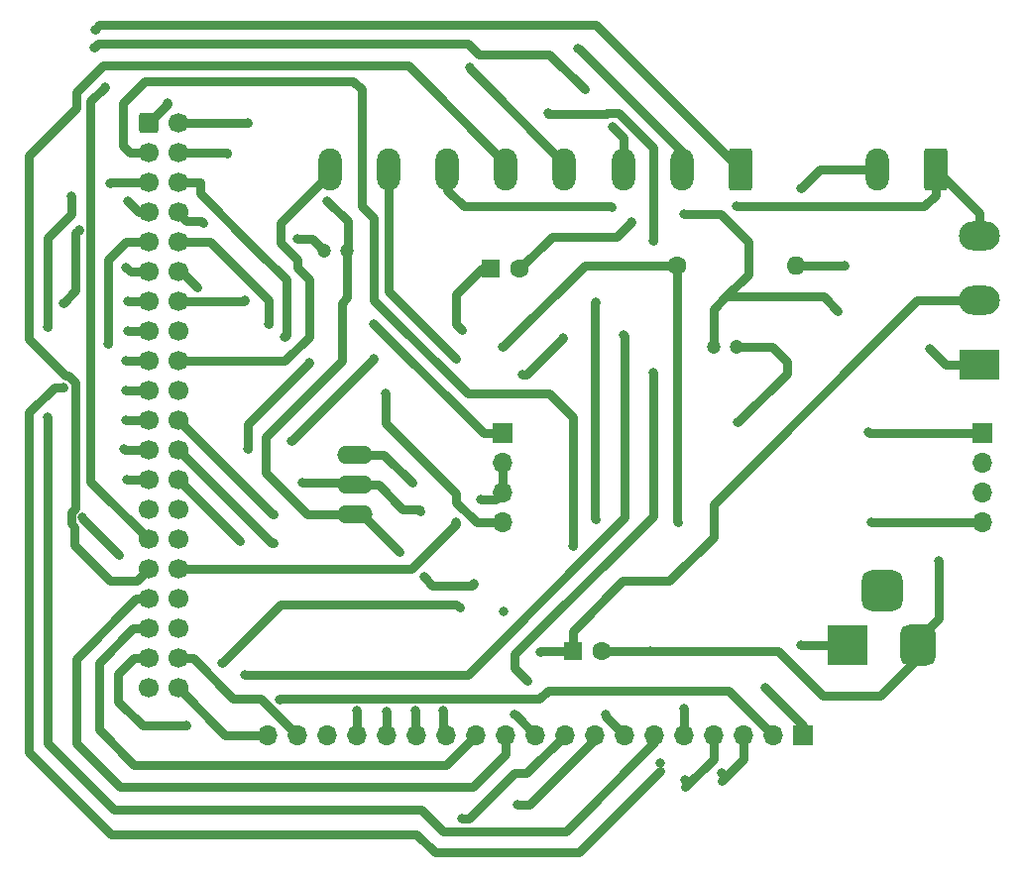
<source format=gbr>
%TF.GenerationSoftware,KiCad,Pcbnew,(6.0.7)*%
%TF.CreationDate,2022-12-06T18:26:58-03:00*%
%TF.ProjectId,Circuito_impresso,43697263-7569-4746-9f5f-696d70726573,rev?*%
%TF.SameCoordinates,Original*%
%TF.FileFunction,Copper,L2,Bot*%
%TF.FilePolarity,Positive*%
%FSLAX46Y46*%
G04 Gerber Fmt 4.6, Leading zero omitted, Abs format (unit mm)*
G04 Created by KiCad (PCBNEW (6.0.7)) date 2022-12-06 18:26:58*
%MOMM*%
%LPD*%
G01*
G04 APERTURE LIST*
G04 Aperture macros list*
%AMRoundRect*
0 Rectangle with rounded corners*
0 $1 Rounding radius*
0 $2 $3 $4 $5 $6 $7 $8 $9 X,Y pos of 4 corners*
0 Add a 4 corners polygon primitive as box body*
4,1,4,$2,$3,$4,$5,$6,$7,$8,$9,$2,$3,0*
0 Add four circle primitives for the rounded corners*
1,1,$1+$1,$2,$3*
1,1,$1+$1,$4,$5*
1,1,$1+$1,$6,$7*
1,1,$1+$1,$8,$9*
0 Add four rect primitives between the rounded corners*
20,1,$1+$1,$2,$3,$4,$5,0*
20,1,$1+$1,$4,$5,$6,$7,0*
20,1,$1+$1,$6,$7,$8,$9,0*
20,1,$1+$1,$8,$9,$2,$3,0*%
G04 Aperture macros list end*
%TA.AperFunction,ComponentPad*%
%ADD10O,3.048000X1.524000*%
%TD*%
%TA.AperFunction,ComponentPad*%
%ADD11R,3.500000X2.500000*%
%TD*%
%TA.AperFunction,ComponentPad*%
%ADD12O,3.500000X2.500000*%
%TD*%
%TA.AperFunction,ComponentPad*%
%ADD13RoundRect,0.250000X0.750000X1.550000X-0.750000X1.550000X-0.750000X-1.550000X0.750000X-1.550000X0*%
%TD*%
%TA.AperFunction,ComponentPad*%
%ADD14O,2.000000X3.600000*%
%TD*%
%TA.AperFunction,ComponentPad*%
%ADD15R,1.600000X1.600000*%
%TD*%
%TA.AperFunction,ComponentPad*%
%ADD16C,1.600000*%
%TD*%
%TA.AperFunction,ComponentPad*%
%ADD17RoundRect,0.250000X-0.600000X-0.600000X0.600000X-0.600000X0.600000X0.600000X-0.600000X0.600000X0*%
%TD*%
%TA.AperFunction,ComponentPad*%
%ADD18C,1.700000*%
%TD*%
%TA.AperFunction,ComponentPad*%
%ADD19C,1.200000*%
%TD*%
%TA.AperFunction,ComponentPad*%
%ADD20R,1.700000X1.700000*%
%TD*%
%TA.AperFunction,ComponentPad*%
%ADD21O,1.700000X1.700000*%
%TD*%
%TA.AperFunction,ComponentPad*%
%ADD22O,1.600000X1.600000*%
%TD*%
%TA.AperFunction,ComponentPad*%
%ADD23R,3.500000X3.500000*%
%TD*%
%TA.AperFunction,ComponentPad*%
%ADD24RoundRect,0.750000X0.750000X1.000000X-0.750000X1.000000X-0.750000X-1.000000X0.750000X-1.000000X0*%
%TD*%
%TA.AperFunction,ComponentPad*%
%ADD25RoundRect,0.875000X0.875000X0.875000X-0.875000X0.875000X-0.875000X-0.875000X0.875000X-0.875000X0*%
%TD*%
%TA.AperFunction,ViaPad*%
%ADD26C,0.800000*%
%TD*%
%TA.AperFunction,Conductor*%
%ADD27C,0.800000*%
%TD*%
G04 APERTURE END LIST*
D10*
%TO.P,U1,1,OUT*%
%TO.N,Net-(C3-Pad1)*%
X129367900Y-94209110D03*
%TO.P,U1,2,GND*%
%TO.N,Net-(C1-Pad2)*%
X129367900Y-96749110D03*
%TO.P,U1,3,IN*%
%TO.N,Net-(C1-Pad1)*%
X129367900Y-99289110D03*
%TD*%
D11*
%TO.P,Q1,1,B*%
%TO.N,Net-(C3-Pad1)*%
X182710000Y-86475000D03*
D12*
%TO.P,Q1,2,C*%
%TO.N,Net-(C1-Pad1)*%
X182710000Y-81000000D03*
%TO.P,Q1,3,E*%
%TO.N,Net-(C4-Pad1)*%
X182710000Y-75525000D03*
%TD*%
D13*
%TO.P,JN4Dba06,1,Pin_1*%
%TO.N,Net-(C4-Pad1)*%
X178990000Y-69850000D03*
D14*
%TO.P,JN4Dba06,2,Pin_2*%
%TO.N,Net-(C1-Pad2)*%
X173990000Y-69850000D03*
%TD*%
D15*
%TO.P,C1,1*%
%TO.N,Net-(C1-Pad1)*%
X148000000Y-111000000D03*
D16*
%TO.P,C1,2*%
%TO.N,Net-(C1-Pad2)*%
X150500000Y-111000000D03*
%TD*%
D17*
%TO.P,J4,1,Pin_1*%
%TO.N,Net-(J1-Pad1)*%
X111760000Y-65880000D03*
D18*
%TO.P,J4,2,Pin_2*%
%TO.N,Net-(C1-Pad1)*%
X114300000Y-65880000D03*
%TO.P,J4,3,Pin_3*%
%TO.N,Net-(J1-Pad5)*%
X111760000Y-68420000D03*
%TO.P,J4,4,Pin_4*%
%TO.N,Net-(J3-Pad1)*%
X114300000Y-68420000D03*
%TO.P,J4,5,Pin_5*%
%TO.N,Net-(J1-Pad6)*%
X111760000Y-70960000D03*
%TO.P,J4,6,Pin_6*%
%TO.N,Net-(C1-Pad2)*%
X114300000Y-70960000D03*
%TO.P,J4,7,Pin_7*%
%TO.N,Net-(J1-Pad7)*%
X111760000Y-73500000D03*
%TO.P,J4,8,Pin_8*%
%TO.N,Net-(J2-Pad4)*%
X114300000Y-73500000D03*
%TO.P,J4,9,Pin_9*%
%TO.N,Net-(J1-Pad2)*%
X111760000Y-76040000D03*
%TO.P,J4,10,Pin_10*%
%TO.N,Net-(J2-Pad1)*%
X114300000Y-76040000D03*
%TO.P,J4,11,Pin_11*%
%TO.N,Net-(J4-Pad11)*%
X111760000Y-78580000D03*
%TO.P,J4,12,Pin_12*%
%TO.N,Net-(J1-Pad13)*%
X114300000Y-78580000D03*
%TO.P,J4,13,Pin_13*%
%TO.N,Net-(J4-Pad13)*%
X111760000Y-81120000D03*
%TO.P,J4,14,Pin_14*%
%TO.N,Net-(J3-Pad4)*%
X114300000Y-81120000D03*
%TO.P,J4,15,Pin_15*%
%TO.N,Net-(J4-Pad15)*%
X111760000Y-83660000D03*
%TO.P,J4,16,Pin_16*%
%TO.N,Net-(J4-Pad16)*%
X114300000Y-83660000D03*
%TO.P,J4,17,Pin_17*%
%TO.N,Net-(J1-Pad3)*%
X111760000Y-86200000D03*
%TO.P,J4,18,Pin_18*%
%TO.N,Net-(J4-Pad18)*%
X114300000Y-86200000D03*
%TO.P,J4,19,Pin_19*%
%TO.N,Net-(J1-Pad9)*%
X111760000Y-88740000D03*
%TO.P,J4,20,Pin_20*%
%TO.N,unconnected-(J4-Pad20)*%
X114300000Y-88740000D03*
%TO.P,J4,21,Pin_21*%
%TO.N,Net-(J1-Pad8)*%
X111760000Y-91280000D03*
%TO.P,J4,22,Pin_22*%
%TO.N,Net-(J1-Pad14)*%
X114300000Y-91280000D03*
%TO.P,J4,23,Pin_23*%
%TO.N,Net-(J1-Pad10)*%
X111760000Y-93820000D03*
%TO.P,J4,24,Pin_24*%
%TO.N,Net-(J1-Pad15)*%
X114300000Y-93820000D03*
%TO.P,J4,25,Pin_25*%
%TO.N,Net-(J1-Pad4)*%
X111760000Y-96360000D03*
%TO.P,J4,26,Pin_26*%
%TO.N,Net-(J1-Pad16)*%
X114300000Y-96360000D03*
%TO.P,J4,27,Pin_27*%
%TO.N,unconnected-(J4-Pad27)*%
X111760000Y-98900000D03*
%TO.P,J4,28,Pin_28*%
%TO.N,unconnected-(J4-Pad28)*%
X114300000Y-98900000D03*
%TO.P,J4,29,Pin_29*%
%TO.N,Net-(J4-Pad29)*%
X111760000Y-101440000D03*
%TO.P,J4,30,Pin_30*%
%TO.N,unconnected-(J4-Pad30)*%
X114300000Y-101440000D03*
%TO.P,J4,31,Pin_31*%
%TO.N,Net-(J4-Pad31)*%
X111760000Y-103980000D03*
%TO.P,J4,32,Pin_32*%
%TO.N,Net-(J2-Pad2)*%
X114300000Y-103980000D03*
%TO.P,J4,33,Pin_33*%
%TO.N,Net-(J1-Pad11)*%
X111760000Y-106520000D03*
%TO.P,J4,34,Pin_34*%
%TO.N,unconnected-(J4-Pad34)*%
X114300000Y-106520000D03*
%TO.P,J4,35,Pin_35*%
%TO.N,Net-(J1-Pad12)*%
X111760000Y-109060000D03*
%TO.P,J4,36,Pin_36*%
%TO.N,Net-(J1-Pad17)*%
X114300000Y-109060000D03*
%TO.P,J4,37,Pin_37*%
%TO.N,Net-(J4-Pad37)*%
X111760000Y-111600000D03*
%TO.P,J4,38,Pin_38*%
%TO.N,Net-(J1-Pad18)*%
X114300000Y-111600000D03*
%TO.P,J4,39,Pin_39*%
%TO.N,unconnected-(J4-Pad39)*%
X111760000Y-114140000D03*
%TO.P,J4,40,Pin_40*%
%TO.N,Net-(J1-Pad19)*%
X114300000Y-114140000D03*
%TD*%
D15*
%TO.P,C4,1*%
%TO.N,Net-(C4-Pad1)*%
X140970000Y-78320000D03*
D16*
%TO.P,C4,2*%
%TO.N,Net-(C1-Pad2)*%
X143470000Y-78320000D03*
%TD*%
D19*
%TO.P,C2,1*%
%TO.N,Net-(C1-Pad1)*%
X128722600Y-76750000D03*
%TO.P,C2,2*%
%TO.N,Net-(C1-Pad2)*%
X126722600Y-76750000D03*
%TD*%
D20*
%TO.P,J3,1,Pin_1*%
%TO.N,Net-(J3-Pad1)*%
X183000000Y-92380000D03*
D21*
%TO.P,J3,2,Pin_2*%
%TO.N,unconnected-(J3-Pad2)*%
X183000000Y-94920000D03*
%TO.P,J3,3,Pin_3*%
%TO.N,unconnected-(J3-Pad3)*%
X183000000Y-97460000D03*
%TO.P,J3,4,Pin_4*%
%TO.N,Net-(J3-Pad4)*%
X183000000Y-100000000D03*
%TD*%
D20*
%TO.P,J1,1,Pin_1*%
%TO.N,Net-(J1-Pad1)*%
X167630000Y-118135000D03*
D21*
%TO.P,J1,2,Pin_2*%
%TO.N,Net-(J1-Pad2)*%
X165090000Y-118135000D03*
%TO.P,J1,3,Pin_3*%
%TO.N,Net-(J1-Pad3)*%
X162550000Y-118135000D03*
%TO.P,J1,4,Pin_4*%
%TO.N,Net-(J1-Pad4)*%
X160010000Y-118135000D03*
%TO.P,J1,5,Pin_5*%
%TO.N,Net-(J1-Pad5)*%
X157470000Y-118135000D03*
%TO.P,J1,6,Pin_6*%
%TO.N,Net-(J1-Pad6)*%
X154930000Y-118135000D03*
%TO.P,J1,7,Pin_7*%
%TO.N,Net-(J1-Pad7)*%
X152390000Y-118135000D03*
%TO.P,J1,8,Pin_8*%
%TO.N,Net-(J1-Pad8)*%
X149850000Y-118135000D03*
%TO.P,J1,9,Pin_9*%
%TO.N,Net-(J1-Pad9)*%
X147310000Y-118135000D03*
%TO.P,J1,10,Pin_10*%
%TO.N,Net-(J1-Pad10)*%
X144770000Y-118135000D03*
%TO.P,J1,11,Pin_11*%
%TO.N,Net-(J1-Pad11)*%
X142230000Y-118135000D03*
%TO.P,J1,12,Pin_12*%
%TO.N,Net-(J1-Pad12)*%
X139690000Y-118135000D03*
%TO.P,J1,13,Pin_13*%
%TO.N,Net-(J1-Pad13)*%
X137150000Y-118135000D03*
%TO.P,J1,14,Pin_14*%
%TO.N,Net-(J1-Pad14)*%
X134610000Y-118135000D03*
%TO.P,J1,15,Pin_15*%
%TO.N,Net-(J1-Pad15)*%
X132070000Y-118135000D03*
%TO.P,J1,16,Pin_16*%
%TO.N,Net-(J1-Pad16)*%
X129530000Y-118135000D03*
%TO.P,J1,17,Pin_17*%
%TO.N,Net-(J1-Pad17)*%
X126990000Y-118135000D03*
%TO.P,J1,18,Pin_18*%
%TO.N,Net-(J1-Pad18)*%
X124450000Y-118135000D03*
%TO.P,J1,19,Pin_19*%
%TO.N,Net-(J1-Pad19)*%
X121910000Y-118135000D03*
%TD*%
D13*
%TO.P,JIO-1,1,Pin_1*%
%TO.N,Net-(J4-Pad11)*%
X162280000Y-69817500D03*
D14*
%TO.P,JIO-1,2,Pin_2*%
%TO.N,Net-(J4-Pad13)*%
X157280000Y-69817500D03*
%TO.P,JIO-1,3,Pin_3*%
%TO.N,Net-(J4-Pad15)*%
X152280000Y-69817500D03*
%TO.P,JIO-1,4,Pin_4*%
%TO.N,Net-(J4-Pad29)*%
X147280000Y-69817500D03*
%TO.P,JIO-1,5,Pin_5*%
%TO.N,Net-(J4-Pad31)*%
X142280000Y-69817500D03*
%TO.P,JIO-1,6,Pin_6*%
%TO.N,Net-(J4-Pad37)*%
X137280000Y-69817500D03*
%TO.P,JIO-1,7,Pin_7*%
%TO.N,Net-(J4-Pad16)*%
X132280000Y-69817500D03*
%TO.P,JIO-1,8,Pin_8*%
%TO.N,Net-(J4-Pad18)*%
X127280000Y-69817500D03*
%TD*%
D16*
%TO.P,R1,1*%
%TO.N,Net-(C4-Pad1)*%
X156920000Y-78000000D03*
D22*
%TO.P,R1,2*%
%TO.N,Net-(C3-Pad1)*%
X167080000Y-78000000D03*
%TD*%
D19*
%TO.P,C3,1*%
%TO.N,Net-(C3-Pad1)*%
X162000000Y-85000000D03*
%TO.P,C3,2*%
%TO.N,Net-(C1-Pad2)*%
X160000000Y-85000000D03*
%TD*%
D23*
%TO.P,JV1,1,Pin_1*%
%TO.N,Net-(C4-Pad1)*%
X171450000Y-110490000D03*
D24*
%TO.P,JV1,2,Pin_2*%
%TO.N,Net-(C1-Pad2)*%
X177450000Y-110490000D03*
D25*
%TO.P,JV1,3*%
%TO.N,N/C*%
X174450000Y-105790000D03*
%TD*%
D20*
%TO.P,J2,1,Pin_1*%
%TO.N,Net-(J2-Pad1)*%
X142000000Y-92380000D03*
D21*
%TO.P,J2,2,Pin_2*%
%TO.N,Net-(J2-Pad2)*%
X142000000Y-94920000D03*
%TO.P,J2,3,Pin_3*%
X142000000Y-97460000D03*
%TO.P,J2,4,Pin_4*%
%TO.N,Net-(J2-Pad4)*%
X142000000Y-100000000D03*
%TD*%
D26*
%TO.N,Net-(C4-Pad1)*%
X162000000Y-73000000D03*
X142000000Y-85000000D03*
X157000000Y-100000000D03*
X167450000Y-110475000D03*
X138500000Y-83500000D03*
%TO.N,Net-(C3-Pad1)*%
X143650000Y-87350000D03*
X162100000Y-91450000D03*
X171225000Y-78075000D03*
X178450000Y-85125000D03*
X166250000Y-87250000D03*
X134250000Y-96600000D03*
X147175000Y-84250000D03*
%TO.N,Net-(C1-Pad1)*%
X133150000Y-102500000D03*
X142100000Y-107550000D03*
X120205000Y-65880000D03*
X145175000Y-111050000D03*
X135275000Y-104625000D03*
X139550000Y-105200000D03*
X127000000Y-72500000D03*
%TO.N,Net-(J1-Pad1)*%
X149975000Y-81150000D03*
X113400000Y-64125000D03*
X164425000Y-114100000D03*
X149975000Y-99725000D03*
%TO.N,Net-(J1-Pad2)*%
X108300000Y-84725000D03*
X155445000Y-120540000D03*
X104475000Y-88425000D03*
X122915201Y-115084799D03*
%TO.N,Net-(J1-Pad3)*%
X109800000Y-86200000D03*
X160670000Y-121365000D03*
%TO.N,Net-(J1-Pad4)*%
X109875000Y-96350000D03*
X157570000Y-121940000D03*
%TO.N,Net-(J1-Pad5)*%
X130000000Y-63000000D03*
X148000000Y-102000000D03*
X157500000Y-115850000D03*
%TO.N,Net-(J1-Pad6)*%
X103100000Y-90975000D03*
X105200000Y-72125000D03*
X108425000Y-70975000D03*
X103100000Y-83325000D03*
%TO.N,Net-(J1-Pad7)*%
X150800000Y-116425000D03*
X144150000Y-113550000D03*
X145875000Y-65000000D03*
X154850000Y-75925000D03*
X110000000Y-72550000D03*
X154850000Y-87150000D03*
%TO.N,Net-(J1-Pad8)*%
X109825000Y-91275000D03*
X143300000Y-124075000D03*
%TO.N,Net-(J1-Pad9)*%
X138525000Y-125300000D03*
X109800000Y-88700000D03*
%TO.N,Net-(J1-Pad10)*%
X118000000Y-112000000D03*
X109250000Y-102775000D03*
X109675000Y-93725000D03*
X138325000Y-107275000D03*
X106125000Y-99575000D03*
X143025000Y-116425000D03*
%TO.N,Net-(J1-Pad13)*%
X115875000Y-79925000D03*
X136925000Y-116025000D03*
%TO.N,Net-(J1-Pad14)*%
X122450000Y-99325000D03*
X134525000Y-116025000D03*
X122450000Y-99325000D03*
%TO.N,Net-(J1-Pad15)*%
X122450000Y-101775000D03*
X132050000Y-116125000D03*
%TO.N,Net-(J1-Pad16)*%
X129550000Y-116075000D03*
X119525000Y-101575000D03*
%TO.N,Net-(J2-Pad1)*%
X131000000Y-83000000D03*
X122000000Y-83000000D03*
%TO.N,Net-(J2-Pad2)*%
X138000000Y-100000000D03*
X140100000Y-98050000D03*
X142000000Y-97460000D03*
%TO.N,Net-(J2-Pad4)*%
X116400000Y-74375000D03*
X132000000Y-89000000D03*
%TO.N,Net-(J3-Pad1)*%
X118475000Y-68475000D03*
X173275000Y-92300000D03*
%TO.N,Net-(J3-Pad4)*%
X120000000Y-81000000D03*
X173450000Y-99925000D03*
%TO.N,Net-(J4-Pad11)*%
X109850000Y-78200000D03*
X105800500Y-74975000D03*
X107175000Y-57900000D03*
X104450000Y-81225000D03*
%TO.N,Net-(J4-Pad13)*%
X109975000Y-81100000D03*
X148425000Y-59500000D03*
%TO.N,Net-(J4-Pad15)*%
X149000000Y-63000000D03*
X107075000Y-59450000D03*
X109975000Y-83650000D03*
X151375000Y-66225000D03*
%TO.N,Net-(J4-Pad29)*%
X139200000Y-61125000D03*
X108025000Y-62775000D03*
%TO.N,Net-(J4-Pad37)*%
X114975000Y-117300000D03*
X120000000Y-113000000D03*
X152350000Y-83950000D03*
X151275000Y-73025000D03*
%TO.N,Net-(J4-Pad16)*%
X138000000Y-86000000D03*
X131000000Y-86000000D03*
X124000000Y-93000000D03*
%TO.N,Net-(C1-Pad2)*%
X154650000Y-111000000D03*
X123400000Y-84100000D03*
X170650000Y-81950000D03*
X120250000Y-93725000D03*
X167500000Y-71475000D03*
X153035000Y-74295000D03*
X157480000Y-73660000D03*
X135000000Y-99000000D03*
X120750000Y-76500000D03*
X179250000Y-103250000D03*
X162985000Y-75990000D03*
X125475000Y-86325000D03*
X124900000Y-96600000D03*
X124500000Y-75750000D03*
%TD*%
D27*
%TO.N,Net-(C4-Pad1)*%
X138000000Y-83000000D02*
X138000000Y-80500000D01*
X167450000Y-110475000D02*
X167465000Y-110490000D01*
X178000000Y-73000000D02*
X162000000Y-73000000D01*
X138500000Y-83500000D02*
X138000000Y-83000000D01*
X167465000Y-110490000D02*
X171450000Y-110490000D01*
X156920000Y-78000000D02*
X149000000Y-78000000D01*
X149000000Y-78000000D02*
X142000000Y-85000000D01*
X182710000Y-75525000D02*
X182710000Y-73570000D01*
X156920000Y-99920000D02*
X156920000Y-78000000D01*
X138000000Y-80500000D02*
X140180000Y-78320000D01*
X178000000Y-73000000D02*
X178990000Y-72010000D01*
X157000000Y-100000000D02*
X156920000Y-99920000D01*
X178990000Y-72010000D02*
X178990000Y-69850000D01*
X182710000Y-73570000D02*
X178990000Y-69850000D01*
X140180000Y-78320000D02*
X140970000Y-78320000D01*
%TO.N,Net-(C3-Pad1)*%
X182710000Y-86475000D02*
X179800000Y-86475000D01*
X166250000Y-86250000D02*
X165000000Y-85000000D01*
X179800000Y-86475000D02*
X178450000Y-85125000D01*
X166250000Y-87250000D02*
X166250000Y-87300000D01*
X147150000Y-84250000D02*
X147175000Y-84250000D01*
X147100000Y-84300000D02*
X147150000Y-84250000D01*
X165000000Y-85000000D02*
X162000000Y-85000000D01*
X131859110Y-94209110D02*
X134250000Y-96600000D01*
X166250000Y-87300000D02*
X162100000Y-91450000D01*
X144050000Y-87350000D02*
X147100000Y-84300000D01*
X129367900Y-94209110D02*
X131859110Y-94209110D01*
X171150000Y-78000000D02*
X167080000Y-78000000D01*
X171225000Y-78075000D02*
X171150000Y-78000000D01*
X166250000Y-87250000D02*
X166250000Y-86250000D01*
X143650000Y-87350000D02*
X144050000Y-87350000D01*
%TO.N,Net-(C1-Pad1)*%
X145225000Y-111000000D02*
X148000000Y-111000000D01*
X136000000Y-105350000D02*
X135275000Y-104625000D01*
X121725000Y-95725000D02*
X125275000Y-99275000D01*
X128250000Y-86175000D02*
X121725000Y-92700000D01*
X148000000Y-109250000D02*
X148000000Y-111000000D01*
X121725000Y-92700000D02*
X121725000Y-95725000D01*
X128750000Y-74250000D02*
X128750000Y-76722600D01*
X156250000Y-105000000D02*
X152250000Y-105000000D01*
X177414214Y-81000000D02*
X160000000Y-98414214D01*
X160000000Y-98414214D02*
X160000000Y-101250000D01*
X128750000Y-76722600D02*
X128722600Y-76750000D01*
X128250000Y-81250000D02*
X128250000Y-86175000D01*
X127000000Y-72500000D02*
X128750000Y-74250000D01*
X145175000Y-111050000D02*
X145225000Y-111000000D01*
X160000000Y-101250000D02*
X156250000Y-105000000D01*
X128722600Y-76750000D02*
X128722600Y-80777400D01*
X125275000Y-99275000D02*
X125500000Y-99275000D01*
X129367900Y-99289110D02*
X129939110Y-99289110D01*
X152250000Y-105000000D02*
X148000000Y-109250000D01*
X125514110Y-99289110D02*
X129367900Y-99289110D01*
X125500000Y-99275000D02*
X125514110Y-99289110D01*
X182710000Y-81000000D02*
X177414214Y-81000000D01*
X120205000Y-65880000D02*
X114300000Y-65880000D01*
X129939110Y-99289110D02*
X133150000Y-102500000D01*
X128722600Y-80777400D02*
X128250000Y-81250000D01*
X139550000Y-105200000D02*
X139400000Y-105350000D01*
X139400000Y-105350000D02*
X136000000Y-105350000D01*
%TO.N,Net-(J1-Pad1)*%
X149900000Y-99650000D02*
X149900000Y-81225000D01*
X164425000Y-114100000D02*
X167630000Y-117305000D01*
X113400000Y-64240000D02*
X111760000Y-65880000D01*
X149975000Y-99725000D02*
X149900000Y-99650000D01*
X149900000Y-81225000D02*
X149975000Y-81150000D01*
X113400000Y-64125000D02*
X113400000Y-64240000D01*
X167630000Y-117305000D02*
X167630000Y-118135000D01*
%TO.N,Net-(J1-Pad2)*%
X101550000Y-90600000D02*
X101550000Y-119650000D01*
X109785000Y-76040000D02*
X108300000Y-77525000D01*
X111760000Y-76040000D02*
X109785000Y-76040000D01*
X161305000Y-114350000D02*
X145852082Y-114350000D01*
X104475000Y-88425000D02*
X103725000Y-88425000D01*
X134000000Y-126625000D02*
X134650000Y-126625000D01*
X108300000Y-77525000D02*
X108300000Y-84725000D01*
X145852082Y-114350000D02*
X145127082Y-115075000D01*
X103725000Y-88425000D02*
X101550000Y-90600000D01*
X136200000Y-128175000D02*
X148500000Y-128175000D01*
X165090000Y-118135000D02*
X161305000Y-114350000D01*
X145127082Y-115075000D02*
X122925000Y-115075000D01*
X122925000Y-115075000D02*
X122915201Y-115084799D01*
X148500000Y-128175000D02*
X155475000Y-121200000D01*
X108525000Y-126625000D02*
X134000000Y-126625000D01*
X134650000Y-126625000D02*
X136200000Y-128175000D01*
X101550000Y-119650000D02*
X108525000Y-126625000D01*
%TO.N,Net-(J1-Pad3)*%
X111760000Y-86200000D02*
X109800000Y-86200000D01*
X162550000Y-120175000D02*
X162550000Y-118135000D01*
X160700000Y-122025000D02*
X162550000Y-120175000D01*
%TO.N,Net-(J1-Pad4)*%
X160010000Y-120190000D02*
X157600000Y-122600000D01*
X111760000Y-96360000D02*
X109885000Y-96360000D01*
X160010000Y-118135000D02*
X160010000Y-120190000D01*
X109885000Y-96360000D02*
X109875000Y-96350000D01*
%TO.N,Net-(J1-Pad5)*%
X157500000Y-118105000D02*
X157470000Y-118135000D01*
X148000000Y-91000000D02*
X148000000Y-102000000D01*
X130000000Y-73000000D02*
X131000000Y-74000000D01*
X129250000Y-62250000D02*
X130000000Y-63000000D01*
X109550000Y-67800000D02*
X109550000Y-64125000D01*
X157500000Y-115850000D02*
X157500000Y-118105000D01*
X146000000Y-89000000D02*
X148000000Y-91000000D01*
X111425000Y-62250000D02*
X129250000Y-62250000D01*
X139000000Y-89000000D02*
X146000000Y-89000000D01*
X131000000Y-74000000D02*
X131000000Y-81000000D01*
X110170000Y-68420000D02*
X109550000Y-67800000D01*
X109550000Y-64125000D02*
X111425000Y-62250000D01*
X111760000Y-68420000D02*
X110170000Y-68420000D01*
X130000000Y-63000000D02*
X130000000Y-73000000D01*
X131000000Y-81000000D02*
X139000000Y-89000000D01*
%TO.N,Net-(J1-Pad6)*%
X103100000Y-118825000D02*
X108775000Y-124500000D01*
X154930000Y-118795000D02*
X154930000Y-118135000D01*
X147375000Y-126350000D02*
X154930000Y-118795000D01*
X111760000Y-70960000D02*
X108440000Y-70960000D01*
X103100000Y-83325000D02*
X103100000Y-75700000D01*
X154950000Y-118155000D02*
X154930000Y-118135000D01*
X154950000Y-118775000D02*
X154950000Y-118155000D01*
X108775000Y-124500000D02*
X135050000Y-124500000D01*
X105200000Y-73600000D02*
X105200000Y-72125000D01*
X135050000Y-124500000D02*
X136900000Y-126350000D01*
X136900000Y-126350000D02*
X147375000Y-126350000D01*
X103100000Y-90975000D02*
X103100000Y-118825000D01*
X103100000Y-75700000D02*
X105200000Y-73600000D01*
X108440000Y-70960000D02*
X108425000Y-70975000D01*
%TO.N,Net-(J1-Pad7)*%
X154850000Y-73775000D02*
X154850000Y-75925000D01*
X154850000Y-87150000D02*
X154850000Y-99425000D01*
X154850000Y-68002944D02*
X154850000Y-73775000D01*
X150800000Y-116425000D02*
X150800000Y-116545000D01*
X110000000Y-72550000D02*
X110650000Y-73200000D01*
X143050000Y-111225000D02*
X143050000Y-112450000D01*
X150852944Y-65050000D02*
X150877944Y-65025000D01*
X145925000Y-65050000D02*
X150852944Y-65050000D01*
X110650000Y-73250000D02*
X110900000Y-73500000D01*
X150877944Y-65025000D02*
X151872056Y-65025000D01*
X150800000Y-116545000D02*
X152390000Y-118135000D01*
X151872056Y-65025000D02*
X154850000Y-68002944D01*
X110900000Y-73500000D02*
X111760000Y-73500000D01*
X154850000Y-99425000D02*
X143050000Y-111225000D01*
X143050000Y-112450000D02*
X144150000Y-113550000D01*
X145875000Y-65000000D02*
X145925000Y-65050000D01*
X110650000Y-73200000D02*
X110650000Y-73250000D01*
%TO.N,Net-(J1-Pad8)*%
X143300000Y-124075000D02*
X144275000Y-124075000D01*
X149850000Y-118500000D02*
X149850000Y-118135000D01*
X111760000Y-91280000D02*
X109830000Y-91280000D01*
X109830000Y-91280000D02*
X109825000Y-91275000D01*
X144275000Y-124075000D02*
X149850000Y-118500000D01*
%TO.N,Net-(J1-Pad9)*%
X138525000Y-125300000D02*
X139150000Y-125300000D01*
X139150000Y-125300000D02*
X143050000Y-121400000D01*
X143050000Y-121400000D02*
X144045000Y-121400000D01*
X144045000Y-121400000D02*
X147310000Y-118135000D01*
X111760000Y-88740000D02*
X109840000Y-88740000D01*
X109840000Y-88740000D02*
X109800000Y-88700000D01*
%TO.N,Net-(J1-Pad10)*%
X138325000Y-107275000D02*
X138050000Y-107000000D01*
X106125000Y-99575000D02*
X106125000Y-99650000D01*
X106125000Y-99650000D02*
X109250000Y-102775000D01*
X111760000Y-93820000D02*
X109770000Y-93820000D01*
X109770000Y-93820000D02*
X109675000Y-93725000D01*
X123000000Y-107000000D02*
X118000000Y-112000000D01*
X143060000Y-116425000D02*
X144770000Y-118135000D01*
X138050000Y-107000000D02*
X123000000Y-107000000D01*
X143025000Y-116425000D02*
X143060000Y-116425000D01*
%TO.N,Net-(J1-Pad11)*%
X105550000Y-118850000D02*
X109275000Y-122575000D01*
X111760000Y-106520000D02*
X110680000Y-106520000D01*
X109275000Y-122575000D02*
X139425000Y-122575000D01*
X142230000Y-119770000D02*
X142230000Y-118135000D01*
X139425000Y-122575000D02*
X142230000Y-119770000D01*
X105550000Y-111650000D02*
X105550000Y-118850000D01*
X110680000Y-106520000D02*
X105550000Y-111650000D01*
%TO.N,Net-(J1-Pad12)*%
X137150000Y-120675000D02*
X139690000Y-118135000D01*
X107500000Y-111950000D02*
X107500000Y-117675000D01*
X110500000Y-120675000D02*
X137150000Y-120675000D01*
X111760000Y-109060000D02*
X110390000Y-109060000D01*
X110390000Y-109060000D02*
X107500000Y-111950000D01*
X107500000Y-117675000D02*
X110500000Y-120675000D01*
%TO.N,Net-(J1-Pad13)*%
X115875000Y-79925000D02*
X114530000Y-78580000D01*
X136925000Y-116025000D02*
X136925000Y-117910000D01*
X136925000Y-117910000D02*
X137150000Y-118135000D01*
X114530000Y-78580000D02*
X114300000Y-78580000D01*
%TO.N,Net-(J1-Pad14)*%
X122450000Y-99325000D02*
X122345000Y-99325000D01*
X134525000Y-116025000D02*
X134525000Y-118050000D01*
X134525000Y-118050000D02*
X134610000Y-118135000D01*
X122345000Y-99325000D02*
X114300000Y-91280000D01*
%TO.N,Net-(J1-Pad15)*%
X132070000Y-118135000D02*
X132070000Y-116145000D01*
X114300000Y-93820000D02*
X122255000Y-101775000D01*
X132070000Y-116145000D02*
X132050000Y-116125000D01*
X122255000Y-101775000D02*
X122450000Y-101775000D01*
%TO.N,Net-(J1-Pad16)*%
X119515000Y-101575000D02*
X114300000Y-96360000D01*
X119525000Y-101575000D02*
X119515000Y-101575000D01*
X129550000Y-116075000D02*
X129550000Y-118115000D01*
X129550000Y-118115000D02*
X129530000Y-118135000D01*
%TO.N,Net-(J1-Pad18)*%
X119000000Y-115000000D02*
X115600000Y-111600000D01*
X115600000Y-111600000D02*
X114300000Y-111600000D01*
X124450000Y-118135000D02*
X121315000Y-115000000D01*
X121315000Y-115000000D02*
X119000000Y-115000000D01*
%TO.N,Net-(J1-Pad19)*%
X118295000Y-118135000D02*
X121910000Y-118135000D01*
X114300000Y-114140000D02*
X118295000Y-118135000D01*
%TO.N,Net-(J2-Pad1)*%
X117040000Y-76040000D02*
X114300000Y-76040000D01*
X122000000Y-81000000D02*
X117040000Y-76040000D01*
X122000000Y-83000000D02*
X122000000Y-81000000D01*
X142000000Y-92380000D02*
X140380000Y-92380000D01*
X140380000Y-92380000D02*
X131000000Y-83000000D01*
%TO.N,Net-(J2-Pad2)*%
X140100000Y-98050000D02*
X141410000Y-98050000D01*
X138000000Y-100150000D02*
X134170000Y-103980000D01*
X134170000Y-103980000D02*
X114300000Y-103980000D01*
X138000000Y-100000000D02*
X138000000Y-100150000D01*
X141410000Y-98050000D02*
X142000000Y-97460000D01*
X142000000Y-97460000D02*
X142000000Y-94920000D01*
%TO.N,Net-(J2-Pad4)*%
X139750000Y-100000000D02*
X138000000Y-98250000D01*
X132000000Y-91500000D02*
X132000000Y-89000000D01*
X116400000Y-74375000D02*
X116225000Y-74200000D01*
X142000000Y-100000000D02*
X139750000Y-100000000D01*
X116225000Y-74200000D02*
X115000000Y-74200000D01*
X138000000Y-97500000D02*
X132000000Y-91500000D01*
X138000000Y-98250000D02*
X138000000Y-97500000D01*
X115000000Y-74200000D02*
X114300000Y-73500000D01*
%TO.N,Net-(J3-Pad1)*%
X173275000Y-92300000D02*
X173355000Y-92380000D01*
X173355000Y-92380000D02*
X183000000Y-92380000D01*
X118420000Y-68420000D02*
X114300000Y-68420000D01*
X118475000Y-68475000D02*
X118420000Y-68420000D01*
%TO.N,Net-(J3-Pad4)*%
X120000000Y-81000000D02*
X119880000Y-81120000D01*
X119880000Y-81120000D02*
X114300000Y-81120000D01*
X173525000Y-100000000D02*
X183000000Y-100000000D01*
X173450000Y-99925000D02*
X173525000Y-100000000D01*
%TO.N,Net-(J4-Pad11)*%
X156950000Y-64487500D02*
X157293750Y-64831250D01*
X149962500Y-57500000D02*
X107575000Y-57500000D01*
X110230000Y-78580000D02*
X109850000Y-78200000D01*
X107175000Y-57800000D02*
X107175000Y-57900000D01*
X156950000Y-64475000D02*
X156950000Y-64487500D01*
X111760000Y-78580000D02*
X110230000Y-78580000D01*
X105500000Y-75275500D02*
X105500000Y-80175000D01*
X157293750Y-64831250D02*
X162280000Y-69817500D01*
X107575000Y-57500000D02*
X107175000Y-57900000D01*
X157293750Y-64831250D02*
X149962500Y-57500000D01*
X105500000Y-80175000D02*
X104450000Y-81225000D01*
X105800500Y-74975000D02*
X105500000Y-75275500D01*
%TO.N,Net-(J4-Pad13)*%
X148500000Y-59500000D02*
X157280000Y-68280000D01*
X157280000Y-68280000D02*
X157280000Y-69817500D01*
X109995000Y-81120000D02*
X109975000Y-81100000D01*
X148425000Y-59500000D02*
X148500000Y-59500000D01*
X111760000Y-81120000D02*
X109995000Y-81120000D01*
%TO.N,Net-(J4-Pad15)*%
X152280000Y-67130000D02*
X152280000Y-69817500D01*
X140000000Y-60000000D02*
X146000000Y-60000000D01*
X139050000Y-59050000D02*
X140000000Y-60000000D01*
X111760000Y-83660000D02*
X109985000Y-83660000D01*
X107075000Y-59450000D02*
X107475000Y-59050000D01*
X151375000Y-66225000D02*
X152280000Y-67130000D01*
X109985000Y-83660000D02*
X109975000Y-83650000D01*
X146000000Y-60000000D02*
X149000000Y-63000000D01*
X107475000Y-59050000D02*
X139050000Y-59050000D01*
%TO.N,Net-(J4-Pad29)*%
X106800000Y-64000000D02*
X106800000Y-96480000D01*
X139200000Y-61200000D02*
X147280000Y-69280000D01*
X108025000Y-62775000D02*
X106800000Y-64000000D01*
X106800000Y-96480000D02*
X111760000Y-101440000D01*
X139200000Y-61125000D02*
X139200000Y-61200000D01*
X147280000Y-69280000D02*
X147280000Y-69817500D01*
%TO.N,Net-(J4-Pad31)*%
X105500000Y-88035786D02*
X105500000Y-98785786D01*
X105425000Y-100364214D02*
X105425000Y-101950000D01*
X105125000Y-99160786D02*
X105125000Y-100064214D01*
X105600000Y-63200000D02*
X105600000Y-64550000D01*
X105500000Y-98785786D02*
X105125000Y-99160786D01*
X104889214Y-87425000D02*
X105500000Y-88035786D01*
X101550000Y-84300000D02*
X104675000Y-87425000D01*
X105125000Y-100064214D02*
X105425000Y-100364214D01*
X107875000Y-60925000D02*
X105600000Y-63200000D01*
X142280000Y-69280000D02*
X133925000Y-60925000D01*
X104675000Y-87425000D02*
X104889214Y-87425000D01*
X108475000Y-105000000D02*
X110740000Y-105000000D01*
X110740000Y-105000000D02*
X111760000Y-103980000D01*
X105425000Y-101950000D02*
X108475000Y-105000000D01*
X133925000Y-60925000D02*
X107875000Y-60925000D01*
X105600000Y-64550000D02*
X101550000Y-68600000D01*
X142280000Y-69817500D02*
X142280000Y-69280000D01*
X101550000Y-68600000D02*
X101550000Y-84300000D01*
%TO.N,Net-(J4-Pad37)*%
X111250000Y-117325000D02*
X109175000Y-115250000D01*
X152350000Y-83950000D02*
X152425000Y-84025000D01*
X139000000Y-113000000D02*
X120000000Y-113000000D01*
X110475000Y-111600000D02*
X111760000Y-111600000D01*
X109175000Y-115250000D02*
X109175000Y-112900000D01*
X152425000Y-99575000D02*
X139000000Y-113000000D01*
X137280000Y-71630000D02*
X137280000Y-69817500D01*
X151250000Y-73000000D02*
X138650000Y-73000000D01*
X151275000Y-73025000D02*
X151250000Y-73000000D01*
X114975000Y-117300000D02*
X114950000Y-117325000D01*
X152425000Y-84025000D02*
X152425000Y-99575000D01*
X109175000Y-112900000D02*
X110475000Y-111600000D01*
X138650000Y-73000000D02*
X137280000Y-71630000D01*
X114950000Y-117325000D02*
X111250000Y-117325000D01*
%TO.N,Net-(J4-Pad16)*%
X132280000Y-80280000D02*
X132280000Y-69817500D01*
X138000000Y-86000000D02*
X132280000Y-80280000D01*
X124000000Y-93000000D02*
X131000000Y-86000000D01*
%TO.N,Net-(J4-Pad18)*%
X125500000Y-79250000D02*
X124500000Y-78250000D01*
X123400000Y-86200000D02*
X125500000Y-84100000D01*
X124500000Y-78250000D02*
X124500000Y-77500000D01*
X124500000Y-77500000D02*
X123050000Y-76050000D01*
X114300000Y-86200000D02*
X123400000Y-86200000D01*
X123050000Y-76050000D02*
X123050000Y-74400000D01*
X123050000Y-74400000D02*
X127280000Y-70170000D01*
X127280000Y-70170000D02*
X127280000Y-69817500D01*
X125500000Y-84100000D02*
X125500000Y-79250000D01*
%TO.N,Net-(C1-Pad2)*%
X134850000Y-98850000D02*
X133475000Y-98850000D01*
X143470000Y-78320000D02*
X146225000Y-75565000D01*
X123500000Y-79250000D02*
X123500000Y-84000000D01*
X125475000Y-86325000D02*
X120250000Y-91550000D01*
X114300000Y-70960000D02*
X116135000Y-70960000D01*
X162985000Y-75990000D02*
X162985000Y-78765000D01*
X177450000Y-111575000D02*
X177450000Y-110490000D01*
X133475000Y-98850000D02*
X131374110Y-96749110D01*
X165525000Y-111000000D02*
X169300000Y-114775000D01*
X169400000Y-80700000D02*
X170650000Y-81950000D01*
X146225000Y-75565000D02*
X151765000Y-75565000D01*
X135000000Y-99000000D02*
X134850000Y-98850000D01*
X160000000Y-85000000D02*
X160000000Y-81750000D01*
X179250000Y-108175000D02*
X179250000Y-103250000D01*
X151765000Y-75565000D02*
X153035000Y-74295000D01*
X161050000Y-80700000D02*
X169400000Y-80700000D01*
X154650000Y-111000000D02*
X165525000Y-111000000D01*
X173990000Y-69850000D02*
X169125000Y-69850000D01*
X131374110Y-96749110D02*
X129367900Y-96749110D01*
X123500000Y-84000000D02*
X123400000Y-84100000D01*
X160000000Y-81750000D02*
X161050000Y-80700000D01*
X169125000Y-69850000D02*
X167500000Y-71475000D01*
X169300000Y-114775000D02*
X174250000Y-114775000D01*
X125722600Y-75750000D02*
X126722600Y-76750000D01*
X116135000Y-70960000D02*
X116135000Y-71885000D01*
X157480000Y-73660000D02*
X160655000Y-73660000D01*
X124900000Y-96600000D02*
X129218790Y-96600000D01*
X124500000Y-75750000D02*
X125722600Y-75750000D01*
X160655000Y-73660000D02*
X162985000Y-75990000D01*
X120750000Y-76500000D02*
X123500000Y-79250000D01*
X162985000Y-78765000D02*
X161050000Y-80700000D01*
X174250000Y-114775000D02*
X177450000Y-111575000D01*
X177450000Y-110490000D02*
X177450000Y-109975000D01*
X177450000Y-109975000D02*
X179250000Y-108175000D01*
X120250000Y-91550000D02*
X120250000Y-93725000D01*
X129218790Y-96600000D02*
X129367900Y-96749110D01*
X116135000Y-71885000D02*
X120750000Y-76500000D01*
X150500000Y-111000000D02*
X154650000Y-111000000D01*
%TD*%
M02*

</source>
